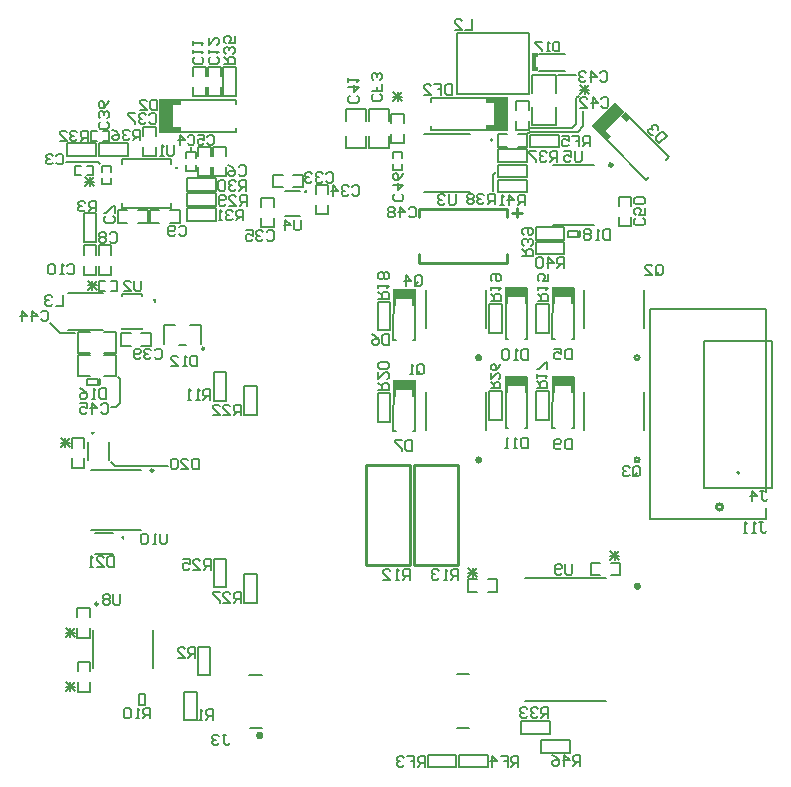
<source format=gbo>
G04*
G04 #@! TF.GenerationSoftware,Altium Limited,Altium Designer,22.0.2 (36)*
G04*
G04 Layer_Color=32896*
%FSLAX25Y25*%
%MOIN*%
G70*
G04*
G04 #@! TF.SameCoordinates,03AFB46A-AB1F-498B-8AA6-452B2CF56A70*
G04*
G04*
G04 #@! TF.FilePolarity,Positive*
G04*
G01*
G75*
%ADD10C,0.00500*%
%ADD11C,0.00787*%
%ADD12C,0.01000*%
%ADD14C,0.00800*%
%ADD17C,0.00700*%
%ADD18R,0.02772X0.01960*%
%ADD19R,0.04595X0.11195*%
%ADD569C,0.00394*%
%ADD570R,0.01100X0.01200*%
%ADD571R,0.01400X0.06000*%
%ADD572R,0.07600X0.03500*%
%ADD573R,0.01138X0.02761*%
G04:AMPARAMS|DCode=574|XSize=27.72mil|YSize=19.6mil|CornerRadius=0mil|HoleSize=0mil|Usage=FLASHONLY|Rotation=315.000|XOffset=0mil|YOffset=0mil|HoleType=Round|Shape=Rectangle|*
%AMROTATEDRECTD574*
4,1,4,-0.01673,0.00287,-0.00287,0.01673,0.01673,-0.00287,0.00287,-0.01673,-0.01673,0.00287,0.0*
%
%ADD574ROTATEDRECTD574*%

G04:AMPARAMS|DCode=575|XSize=45.95mil|YSize=111.95mil|CornerRadius=0mil|HoleSize=0mil|Usage=FLASHONLY|Rotation=315.000|XOffset=0mil|YOffset=0mil|HoleType=Round|Shape=Rectangle|*
%AMROTATEDRECTD575*
4,1,4,-0.05582,-0.02334,0.02334,0.05582,0.05582,0.02334,-0.02334,-0.05582,-0.05582,-0.02334,0.0*
%
%ADD575ROTATEDRECTD575*%

D10*
X-46900Y131700D02*
Y141300D01*
X-51100D02*
X-46900D01*
X-51100Y131700D02*
X-46900D01*
X-51100D02*
Y141300D01*
X-41000Y64200D02*
Y73800D01*
Y64200D02*
X-36800D01*
X-41000Y73800D02*
X-36800D01*
Y64200D02*
Y73800D01*
X-46900Y69400D02*
Y79000D01*
X-51100D02*
X-46900D01*
X-51100Y69400D02*
X-46900D01*
X-51100D02*
Y79000D01*
X-36800Y126800D02*
Y136400D01*
X-41000D02*
X-36800D01*
X-41000Y126800D02*
X-36800D01*
X-41000D02*
Y136400D01*
X70700Y186200D02*
X71100Y186600D01*
Y187800D01*
X70700Y188200D02*
X71100Y187800D01*
X70400Y186200D02*
Y188200D01*
X67000D02*
X70400D01*
X67000Y186200D02*
X70400D01*
X67000D02*
Y188200D01*
X-89500Y136800D02*
X-89100Y137200D01*
Y138400D01*
X-89500Y138800D02*
X-89100Y138400D01*
X-89800Y136800D02*
Y138800D01*
X-93200D02*
X-89800D01*
X-93200Y136800D02*
X-89800D01*
X-93200D02*
Y138800D01*
X500Y216000D02*
X7300D01*
X500D02*
Y220000D01*
X7300Y216000D02*
Y220000D01*
X500Y228800D02*
X7300D01*
X500Y224800D02*
Y228800D01*
X7300Y224800D02*
Y228800D01*
X-7100Y216000D02*
X-300D01*
X-7100D02*
Y220000D01*
X-300Y216000D02*
Y220000D01*
X-7100Y228800D02*
X-300D01*
X-7100Y224800D02*
Y228800D01*
X-300Y224800D02*
Y228800D01*
X-93000Y111900D02*
Y117900D01*
X-86000Y111900D02*
Y117900D01*
X-90700Y80600D02*
X-84700D01*
X-90700Y87600D02*
X-84700D01*
X-98400Y119100D02*
X-94200D01*
Y116000D02*
Y119100D01*
X-98400Y116000D02*
Y119100D01*
Y109300D02*
X-94200D01*
Y112400D01*
X-98400Y109300D02*
Y112400D01*
X-96400Y44500D02*
X-92200D01*
Y41400D02*
Y44500D01*
X-96400Y41400D02*
Y44500D01*
Y34700D02*
X-92200D01*
Y37800D01*
X-96400Y34700D02*
Y37800D01*
X-91350Y42670D02*
Y55070D01*
X-71350Y42670D02*
Y55070D01*
X-76100Y33900D02*
X-74100D01*
X-76100Y30100D02*
Y33900D01*
Y30100D02*
X-74100D01*
Y33900D01*
X57300Y247300D02*
X66100D01*
X57300Y241700D02*
X66100D01*
X52600Y31600D02*
X79500D01*
X52600Y72600D02*
X79500D01*
X55100Y223400D02*
X62900D01*
Y229400D01*
X55100Y223400D02*
Y229400D01*
Y240200D02*
X62900D01*
Y234200D02*
Y240200D01*
X55100Y234200D02*
Y240200D01*
X-99705Y167605D02*
X-87894D01*
X-99705Y155394D02*
X-87894D01*
X-89400Y168300D02*
Y171500D01*
Y168300D02*
X-87400D01*
X-89400Y171500D02*
X-87400D01*
X-83200Y168300D02*
Y171500D01*
X-85200Y168300D02*
X-83200D01*
X-85200Y171500D02*
X-83200D01*
X-75000Y166700D02*
Y167200D01*
X-81800Y155400D02*
X-75000D01*
X-81800Y167200D02*
X-75000D01*
X-71100Y165100D02*
X-70600Y164600D01*
X-71100Y165100D02*
X-70600Y165600D01*
Y164600D02*
Y165600D01*
X-81800Y166700D02*
Y167200D01*
X-75000Y155400D02*
Y155900D01*
X-81800Y155400D02*
Y155900D01*
X-72100Y150000D02*
Y154200D01*
X-75200Y150000D02*
X-72100D01*
X-75200Y154200D02*
X-72100D01*
X-81900Y150000D02*
Y154200D01*
Y150000D02*
X-78800D01*
X-81900Y154200D02*
X-78800D01*
X-96500Y147600D02*
Y154400D01*
X-92500D01*
X-96500Y147600D02*
X-92500D01*
X-83700D02*
Y154400D01*
X-87700D02*
X-83700D01*
X-87700Y147600D02*
X-83700D01*
X-96500Y140000D02*
Y146800D01*
X-92500D01*
X-96500Y140000D02*
X-92500D01*
X-83700D02*
Y146800D01*
X-87700D02*
X-83700D01*
X-87700Y140000D02*
X-83700D01*
X-91918Y108615D02*
X-75418D01*
X-91918Y88615D02*
X-75418D01*
X112314Y102626D02*
X134952D01*
Y151445D01*
X112314D02*
X134952D01*
X112314Y102626D02*
Y151445D01*
X94393Y92065D02*
X132993D01*
Y95965D01*
X132993Y101365D02*
X132993Y162171D01*
X94393Y92065D02*
Y162171D01*
X132993D01*
X68300Y152359D02*
X69000D01*
X68938Y169359D02*
X69000Y152359D01*
X61800D02*
X62500D01*
X61800D02*
X61862Y169359D01*
X-39200Y40126D02*
X-35000D01*
X-39100Y22626D02*
X-34900D01*
X29900Y22426D02*
X34100D01*
X29900Y40426D02*
X34100D01*
X52700Y152361D02*
X53400D01*
X53338Y169361D02*
X53400Y152361D01*
X46200D02*
X46900D01*
X46200D02*
X46262Y169361D01*
X15300Y151762D02*
X16000D01*
X15938Y168762D02*
X16000Y151762D01*
X8800D02*
X9500D01*
X8800D02*
X8862Y168762D01*
X8803Y121461D02*
X8865Y138461D01*
X8803Y121461D02*
X9503D01*
X15942Y138461D02*
X16004Y121461D01*
X15303D02*
X16004D01*
X61798Y122561D02*
X61860Y139561D01*
X61798Y122561D02*
X62498D01*
X68936Y139561D02*
X68998Y122561D01*
X68298D02*
X68998D01*
X46200Y122673D02*
X46262Y139673D01*
X46200Y122673D02*
X46900D01*
X53338Y139673D02*
X53400Y122673D01*
X52700D02*
X53400D01*
X3500Y124700D02*
Y134300D01*
Y124700D02*
X7700D01*
X3500Y134300D02*
X7700D01*
Y124700D02*
Y134300D01*
X3500Y155100D02*
Y164700D01*
Y155100D02*
X7700D01*
X3500Y164700D02*
X7700D01*
Y155100D02*
Y164700D01*
X21211Y221955D02*
X39791D01*
X21211D02*
Y223315D01*
Y231285D02*
Y232645D01*
X39791D01*
X-62139Y221255D02*
X-43559D01*
Y222615D01*
Y230585D02*
Y231945D01*
X-62139D02*
X-43559D01*
X87480Y226080D02*
X100618Y212942D01*
X99656Y211980D02*
X100618Y212942D01*
X93059Y205382D02*
X94020Y206344D01*
X79920Y218520D02*
X93059Y205382D01*
X61829Y190337D02*
X75629D01*
X61829Y210137D02*
X75629D01*
X54300Y216100D02*
X63900D01*
Y220300D01*
X54300Y216100D02*
Y220300D01*
X63900D01*
X43700Y206100D02*
X53300D01*
Y210300D01*
X43700Y206100D02*
Y210300D01*
X53300D01*
X43700Y211200D02*
X53300D01*
Y215400D01*
X43700Y211200D02*
Y215400D01*
X53300D01*
X-60071Y191600D02*
X-50472D01*
Y195800D01*
X-60071Y191600D02*
Y195800D01*
X-50472D01*
X40800Y125300D02*
Y134900D01*
Y125300D02*
X45000D01*
X40800Y134900D02*
X45000D01*
Y125300D02*
Y134900D01*
X40800Y154300D02*
Y163900D01*
Y154300D02*
X45000D01*
X40800Y163900D02*
X45000D01*
Y154300D02*
Y163900D01*
X56400Y125300D02*
Y134900D01*
Y125300D02*
X60600D01*
X56400Y134900D02*
X60600D01*
Y125300D02*
Y134900D01*
X56400Y154300D02*
Y163900D01*
Y154300D02*
X60600D01*
X56400Y163900D02*
X60600D01*
Y154300D02*
Y163900D01*
X58100Y14200D02*
X67700D01*
Y18400D01*
X58100Y14200D02*
Y18400D01*
X67700D01*
X51400Y20700D02*
X61000D01*
Y24900D01*
X51400Y20700D02*
Y24900D01*
X61000D01*
X-61000Y25100D02*
Y34700D01*
Y25100D02*
X-56800D01*
X-61000Y34700D02*
X-56800D01*
Y25100D02*
Y34700D01*
X-56400Y40100D02*
Y49700D01*
Y40100D02*
X-52200D01*
X-56400Y49700D02*
X-52200D01*
Y40100D02*
Y49700D01*
X-94500Y184500D02*
Y194100D01*
Y184500D02*
X-90300D01*
X-94500Y194100D02*
X-90300D01*
Y184500D02*
Y194100D01*
X-60071Y196569D02*
X-50472D01*
Y200769D01*
X-60071Y196569D02*
Y200769D01*
X-50472D01*
X-60071Y201537D02*
X-50472D01*
Y205737D01*
X-60071Y201537D02*
Y205737D01*
X-50472D01*
X-99971Y213200D02*
X-90372D01*
Y217400D01*
X-99971Y213200D02*
Y217400D01*
X-90372D01*
X-47971Y233237D02*
Y242837D01*
Y233237D02*
X-43771D01*
X-47971Y242837D02*
X-43771D01*
Y233237D02*
Y242837D01*
X-89300Y213200D02*
X-79700D01*
Y217400D01*
X-89300Y213200D02*
Y217400D01*
X-79700D01*
X56200Y185200D02*
X65800D01*
Y189400D01*
X56200Y185200D02*
Y189400D01*
X65800D01*
X56200Y180400D02*
X65800D01*
Y184600D01*
X56200Y180400D02*
Y184600D01*
X65800D01*
X43700Y205337D02*
X53300D01*
X43700Y201137D02*
Y205337D01*
X53300Y201137D02*
Y205337D01*
X43700Y201137D02*
X53300D01*
X20200Y13600D02*
X29800D01*
X20200Y9400D02*
Y13600D01*
X29800Y9400D02*
Y13600D01*
X20200Y9400D02*
X29800D01*
X30700D02*
X40300D01*
Y13600D01*
X30700Y9400D02*
Y13600D01*
X40300D01*
X8600Y214700D02*
X11800D01*
X8600Y212700D02*
Y214700D01*
X11800Y212700D02*
Y214700D01*
X8600Y208500D02*
X11800D01*
X8600D02*
Y210500D01*
X11800Y208500D02*
Y210500D01*
X-88500Y203850D02*
X-85300D01*
Y205850D01*
X-88500Y203850D02*
Y205850D01*
Y210050D02*
X-85300D01*
Y208050D02*
Y210050D01*
X-88500Y208050D02*
Y210050D01*
X-60372Y208387D02*
X-57171D01*
Y210387D01*
X-60372Y208387D02*
Y210387D01*
Y214587D02*
X-57171D01*
Y212587D02*
Y214587D01*
X-60372Y212587D02*
Y214587D01*
X-97471Y206837D02*
Y210037D01*
Y206837D02*
X-95472D01*
X-97471Y210037D02*
X-95472D01*
X-91272Y206837D02*
Y210037D01*
X-93271Y206837D02*
X-91272D01*
X-93271Y210037D02*
X-91272D01*
X-85922Y218237D02*
Y221437D01*
X-87922D02*
X-85922D01*
X-87922Y218237D02*
X-85922D01*
X-92121D02*
Y221437D01*
X-90122D01*
X-92121Y218237D02*
X-90122D01*
X49700Y221900D02*
X53900D01*
X49700D02*
Y225000D01*
X53900Y221900D02*
Y225000D01*
X49700Y231700D02*
X53900D01*
X49700Y228600D02*
Y231700D01*
X53900Y228600D02*
Y231700D01*
X53400Y216200D02*
Y220400D01*
X50300Y216200D02*
X53400D01*
X50300Y220400D02*
X53400D01*
X43600Y216200D02*
Y220400D01*
Y216200D02*
X46700D01*
X43600Y220400D02*
X46700D01*
X8000Y217500D02*
Y220600D01*
X12200Y217500D02*
Y220600D01*
X8000Y217500D02*
X12200D01*
X8000Y224200D02*
Y227300D01*
X12200Y224200D02*
Y227300D01*
X8000D02*
X12200D01*
X-52936Y243037D02*
X-48736D01*
Y239937D02*
Y243037D01*
X-52936Y239937D02*
Y243037D01*
Y233237D02*
X-48736D01*
Y236337D01*
X-52936Y233237D02*
Y236337D01*
X-57900Y233237D02*
Y236337D01*
X-53700Y233237D02*
Y236337D01*
X-57900Y233237D02*
X-53700D01*
X-57900Y239937D02*
Y243037D01*
X-53700Y239937D02*
Y243037D01*
X-57900D02*
X-53700D01*
X-90300Y180300D02*
Y183400D01*
X-94500Y180300D02*
Y183400D01*
X-90300D01*
Y173600D02*
Y176700D01*
X-94500Y173600D02*
Y176700D01*
Y173600D02*
X-90300D01*
X-89400D02*
X-85200D01*
X-89400D02*
Y176700D01*
X-85200Y173600D02*
Y176700D01*
X-89400Y183400D02*
X-85200D01*
X-89400Y180300D02*
Y183400D01*
X-85200Y180300D02*
Y183400D01*
X74500Y73500D02*
Y77700D01*
X77600D01*
X74500Y73500D02*
X77600D01*
X84300D02*
Y77700D01*
X81200D02*
X84300D01*
X81200Y73500D02*
X84300D01*
X-92400Y59400D02*
Y62500D01*
X-96600Y59400D02*
Y62500D01*
X-92400D01*
Y52700D02*
Y55800D01*
X-96600Y52700D02*
Y55800D01*
Y52700D02*
X-92400D01*
X33600Y67900D02*
Y72100D01*
X36700D01*
X33600Y67900D02*
X36700D01*
X43400D02*
Y72100D01*
X40300D02*
X43400D01*
X40300Y67900D02*
X43400D01*
X-56371Y206437D02*
Y209537D01*
X-52171Y206437D02*
Y209537D01*
X-56371Y206437D02*
X-52171D01*
X-56371Y213137D02*
Y216237D01*
X-52171Y213137D02*
Y216237D01*
X-56371D02*
X-52171D01*
X-51372Y206437D02*
Y209537D01*
X-47172Y206437D02*
Y209537D01*
X-51372Y206437D02*
X-47172D01*
X-51372Y213137D02*
Y216237D01*
X-47172Y213137D02*
Y216237D01*
X-51372D02*
X-47172D01*
X-73172Y190937D02*
Y195137D01*
X-76271Y190937D02*
X-73172D01*
X-76271Y195137D02*
X-73172D01*
X-82972Y190937D02*
Y195137D01*
Y190937D02*
X-79871D01*
X-82972Y195137D02*
X-79871D01*
X-62500Y191000D02*
Y195200D01*
X-65600Y191000D02*
X-62500D01*
X-65600Y195200D02*
X-62500D01*
X-72300Y191000D02*
Y195200D01*
Y191000D02*
X-69200D01*
X-72300Y195200D02*
X-69200D01*
X-31271Y207037D02*
X-28172D01*
X-31271Y202837D02*
X-28172D01*
X-31271D02*
Y207037D01*
X-24572D02*
X-21472D01*
X-24572Y202837D02*
X-21472D01*
Y207037D01*
X-17072Y203637D02*
X-12871D01*
Y200537D02*
Y203637D01*
X-17072Y200537D02*
Y203637D01*
Y193837D02*
X-12871D01*
Y196937D01*
X-17072Y193837D02*
Y196937D01*
X-31071Y196137D02*
Y199237D01*
X-35271Y196137D02*
Y199237D01*
X-31071D01*
Y189437D02*
Y192537D01*
X-35271Y189437D02*
Y192537D01*
Y189437D02*
X-31071D01*
X-74572Y213237D02*
Y216337D01*
X-70372Y213237D02*
Y216337D01*
X-74572Y213237D02*
X-70372D01*
X-74572Y219937D02*
Y223037D01*
X-70372Y219937D02*
Y223037D01*
X-74572D02*
X-70372D01*
X83929Y189837D02*
Y192937D01*
X88129Y189837D02*
Y192937D01*
X83929Y189837D02*
X88129D01*
X83929Y196537D02*
Y199637D01*
X88129Y196537D02*
Y199637D01*
X83929D02*
X88129D01*
X18976Y201354D02*
X34330D01*
X18976Y220646D02*
X34330D01*
X19500Y121736D02*
Y134636D01*
X39500Y121736D02*
Y134636D01*
Y155800D02*
Y168700D01*
X19500Y155800D02*
Y168700D01*
X92300Y121736D02*
Y134636D01*
X72300Y121736D02*
Y134636D01*
X92300Y155800D02*
Y168700D01*
X72300Y155800D02*
Y168700D01*
X-81652Y212253D02*
X-65452D01*
X-81652Y210653D02*
Y212253D01*
X-65452Y210653D02*
Y212253D01*
X-81652Y196053D02*
X-65452D01*
X-81652D02*
Y197653D01*
X-65452Y196053D02*
Y197653D01*
X30117Y233900D02*
X54116D01*
X30117Y234000D02*
Y254300D01*
X54116D01*
Y234000D02*
Y254300D01*
X-27410Y193096D02*
X-22210D01*
X-27410Y201496D02*
X-22210D01*
D11*
X124094Y107672D02*
G03*
X124094Y107672I-394J0D01*
G01*
X41846Y218500D02*
G03*
X41846Y218500I-394J0D01*
G01*
X-67800Y156900D02*
X-63900D01*
X-67800Y150500D02*
Y156900D01*
X-59100D02*
X-55200D01*
Y150500D02*
Y156900D01*
X-62800Y150200D02*
X-60200D01*
D12*
X-89703Y63870D02*
G03*
X-89703Y63870I-447J0D01*
G01*
X90821Y69800D02*
G03*
X90821Y69800I-721J0D01*
G01*
X-71294Y108415D02*
G03*
X-71294Y108415I-424J0D01*
G01*
X-54339Y149000D02*
G03*
X-54339Y149000I-361J0D01*
G01*
X118556Y96265D02*
G03*
X118556Y96265I-1063J0D01*
G01*
X-35000Y20026D02*
G03*
X-35000Y20026I-800J0D01*
G01*
X81869Y210237D02*
G03*
X81869Y210237I-640J0D01*
G01*
X37933Y111933D02*
G03*
X37933Y111933I-733J0D01*
G01*
Y145996D02*
G03*
X37933Y145996I-733J0D01*
G01*
X90733Y111933D02*
G03*
X90733Y111933I-733J0D01*
G01*
Y145996D02*
G03*
X90733Y145996I-733J0D01*
G01*
X-63528Y209253D02*
G03*
X-63528Y209253I-224J0D01*
G01*
X-20410Y201396D02*
G03*
X-20410Y201396I-100J0D01*
G01*
X15786Y76821D02*
Y110200D01*
Y76821D02*
X30386D01*
Y110200D01*
X15786D02*
X30386D01*
X-271Y76821D02*
Y110200D01*
Y76821D02*
X14329D01*
Y110200D01*
X-271D02*
X14329D01*
X49977Y192900D02*
Y195800D01*
X48277Y194300D02*
X51577D01*
X17477Y195700D02*
X46677D01*
X17477Y192800D02*
Y195700D01*
X46677Y192800D02*
Y195700D01*
Y177500D02*
Y180400D01*
X17477Y177500D02*
Y180400D01*
Y177500D02*
X46677D01*
D14*
X-105782Y157714D02*
X-102412Y154295D01*
X-97220Y154257D01*
X-89750Y211300D02*
X-88879Y210429D01*
X-100200Y211300D02*
X-89750D01*
X42100Y201700D02*
Y206900D01*
X42950Y207750D01*
X74100Y236749D02*
X71101Y233750D01*
X74100D02*
X71101Y236749D01*
X74100Y235249D02*
X71101D01*
X72601Y233750D02*
Y236749D01*
X-90151Y168600D02*
X-93150Y171599D01*
Y168600D02*
X-90151Y171599D01*
X-91651Y168600D02*
Y171599D01*
X-93150Y170099D02*
X-90151D01*
X-94000Y203151D02*
X-91001Y206150D01*
X-94000D02*
X-91001Y203151D01*
X-94000Y204651D02*
X-91001D01*
X-92501Y206150D02*
Y203151D01*
X-102149Y119100D02*
X-99150Y116101D01*
Y119100D02*
X-102149Y116101D01*
X-100649Y119100D02*
Y116101D01*
X-99150Y117601D02*
X-102149D01*
X-97400Y37797D02*
X-100399Y34798D01*
X-97400D02*
X-100399Y37797D01*
X-97400Y36298D02*
X-100399D01*
X-98900Y34798D02*
Y37797D01*
X36700Y75849D02*
X33701Y72850D01*
X36700D02*
X33701Y75849D01*
X36700Y74349D02*
X33701D01*
X35201Y72850D02*
Y75849D01*
X-100500Y52851D02*
X-97501Y55850D01*
X-100500D02*
X-97501Y52851D01*
X-100500Y54351D02*
X-97501D01*
X-99001Y55850D02*
Y52851D01*
X84100Y81549D02*
X81101Y78550D01*
X84100D02*
X81101Y81549D01*
X84100Y80049D02*
X81101D01*
X82600Y78550D02*
Y81549D01*
X11800Y234449D02*
X8801Y231450D01*
X11800D02*
X8801Y234449D01*
X11800Y232949D02*
X8801D01*
X10300Y231450D02*
Y234449D01*
X-42035Y64251D02*
Y67749D01*
X-43784D01*
X-44367Y67166D01*
Y66000D01*
X-43784Y65417D01*
X-42035D01*
X-43201D02*
X-44367Y64251D01*
X-47866D02*
X-45534D01*
X-47866Y66583D01*
Y67166D01*
X-47283Y67749D01*
X-46117D01*
X-45534Y67166D01*
X-49033Y67749D02*
X-51365D01*
Y67166D01*
X-49033Y64834D01*
Y64251D01*
X-52135Y75351D02*
Y78849D01*
X-53884D01*
X-54467Y78266D01*
Y77100D01*
X-53884Y76517D01*
X-52135D01*
X-53301D02*
X-54467Y75351D01*
X-57966D02*
X-55634D01*
X-57966Y77683D01*
Y78266D01*
X-57383Y78849D01*
X-56217D01*
X-55634Y78266D01*
X-61465Y78849D02*
X-59133D01*
Y77100D01*
X-60299Y77683D01*
X-60882D01*
X-61465Y77100D01*
Y75934D01*
X-60882Y75351D01*
X-59716D01*
X-59133Y75934D01*
X-52210Y131951D02*
Y135449D01*
X-53959D01*
X-54542Y134866D01*
Y133700D01*
X-53959Y133117D01*
X-52210D01*
X-53376D02*
X-54542Y131951D01*
X-55708D02*
X-56875D01*
X-56292D01*
Y135449D01*
X-55708Y134866D01*
X-58624Y131951D02*
X-59790D01*
X-59207D01*
Y135449D01*
X-58624Y134866D01*
X-42135Y126851D02*
Y130349D01*
X-43884D01*
X-44467Y129766D01*
Y128600D01*
X-43884Y128017D01*
X-42135D01*
X-43301D02*
X-44467Y126851D01*
X-47966D02*
X-45634D01*
X-47966Y129183D01*
Y129766D01*
X-47383Y130349D01*
X-46217D01*
X-45634Y129766D01*
X-51465Y126851D02*
X-49133D01*
X-51465Y129183D01*
Y129766D01*
X-50882Y130349D01*
X-49716D01*
X-49133Y129766D01*
X-72396Y25758D02*
Y29256D01*
X-74146D01*
X-74729Y28673D01*
Y27507D01*
X-74146Y26924D01*
X-72396D01*
X-73563D02*
X-74729Y25758D01*
X-75895D02*
X-77061D01*
X-76478D01*
Y29256D01*
X-75895Y28673D01*
X-78811D02*
X-79394Y29256D01*
X-80560D01*
X-81143Y28673D01*
Y26341D01*
X-80560Y25758D01*
X-79394D01*
X-78811Y26341D01*
Y28673D01*
X-84318Y79749D02*
Y76251D01*
X-86067D01*
X-86651Y76834D01*
Y79166D01*
X-86067Y79749D01*
X-84318D01*
X-90149Y76251D02*
X-87817D01*
X-90149Y78583D01*
Y79166D01*
X-89566Y79749D01*
X-88400D01*
X-87817Y79166D01*
X-91316Y76251D02*
X-92482D01*
X-91899D01*
Y79749D01*
X-91316Y79166D01*
X-56135Y112349D02*
Y108851D01*
X-57884D01*
X-58467Y109434D01*
Y111766D01*
X-57884Y112349D01*
X-56135D01*
X-61966Y108851D02*
X-59634D01*
X-61966Y111183D01*
Y111766D01*
X-61383Y112349D01*
X-60217D01*
X-59634Y111766D01*
X-63133D02*
X-63716Y112349D01*
X-64882D01*
X-65465Y111766D01*
Y109434D01*
X-64882Y108851D01*
X-63716D01*
X-63133Y109434D01*
Y111766D01*
X80974Y188849D02*
Y185351D01*
X79224D01*
X78641Y185934D01*
Y188266D01*
X79224Y188849D01*
X80974D01*
X77475Y185351D02*
X76308D01*
X76892D01*
Y188849D01*
X77475Y188266D01*
X74559D02*
X73976Y188849D01*
X72810D01*
X72226Y188266D01*
Y187683D01*
X72810Y187100D01*
X72226Y186517D01*
Y185934D01*
X72810Y185351D01*
X73976D01*
X74559Y185934D01*
Y186517D01*
X73976Y187100D01*
X74559Y187683D01*
Y188266D01*
X73976Y187100D02*
X72810D01*
X-87026Y135849D02*
Y132351D01*
X-88776D01*
X-89359Y132934D01*
Y135266D01*
X-88776Y135849D01*
X-87026D01*
X-90525Y132351D02*
X-91692D01*
X-91108D01*
Y135849D01*
X-90525Y135266D01*
X-95774Y135849D02*
X-94607Y135266D01*
X-93441Y134100D01*
Y132934D01*
X-94024Y132351D01*
X-95190D01*
X-95774Y132934D01*
Y133517D01*
X-95190Y134100D01*
X-93441D01*
X-75184Y171649D02*
Y168734D01*
X-75767Y168151D01*
X-76934D01*
X-77517Y168734D01*
Y171649D01*
X-81016Y168151D02*
X-78683D01*
X-81016Y170483D01*
Y171066D01*
X-80433Y171649D01*
X-79266D01*
X-78683Y171066D01*
X-101384Y166849D02*
Y163351D01*
X-103717D01*
X-104883Y166266D02*
X-105466Y166849D01*
X-106633D01*
X-107216Y166266D01*
Y165683D01*
X-106633Y165100D01*
X-106049D01*
X-106633D01*
X-107216Y164517D01*
Y163934D01*
X-106633Y163351D01*
X-105466D01*
X-104883Y163934D01*
X-88736Y130247D02*
X-88152Y130830D01*
X-86986D01*
X-86403Y130247D01*
Y127914D01*
X-86986Y127331D01*
X-88152D01*
X-88736Y127914D01*
X-91651Y127331D02*
Y130830D01*
X-89902Y129080D01*
X-92234D01*
X-95733Y130830D02*
X-93401D01*
Y129080D01*
X-94567Y129664D01*
X-95150D01*
X-95733Y129080D01*
Y127914D01*
X-95150Y127331D01*
X-93984D01*
X-93401Y127914D01*
X-108667Y161066D02*
X-108084Y161649D01*
X-106918D01*
X-106335Y161066D01*
Y158734D01*
X-106918Y158151D01*
X-108084D01*
X-108667Y158734D01*
X-111583Y158151D02*
Y161649D01*
X-109834Y159900D01*
X-112166D01*
X-115082Y158151D02*
Y161649D01*
X-113333Y159900D01*
X-115665D01*
X-70767Y148466D02*
X-70184Y149049D01*
X-69018D01*
X-68435Y148466D01*
Y146134D01*
X-69018Y145551D01*
X-70184D01*
X-70767Y146134D01*
X-71934Y148466D02*
X-72517Y149049D01*
X-73683D01*
X-74266Y148466D01*
Y147883D01*
X-73683Y147300D01*
X-73100D01*
X-73683D01*
X-74266Y146717D01*
Y146134D01*
X-73683Y145551D01*
X-72517D01*
X-71934Y146134D01*
X-75433D02*
X-76016Y145551D01*
X-77182D01*
X-77765Y146134D01*
Y148466D01*
X-77182Y149049D01*
X-76016D01*
X-75433Y148466D01*
Y147883D01*
X-76016Y147300D01*
X-77765D01*
X-66726Y87349D02*
Y84434D01*
X-67310Y83851D01*
X-68476D01*
X-69059Y84434D01*
Y87349D01*
X-70225Y83851D02*
X-71392D01*
X-70808D01*
Y87349D01*
X-70225Y86766D01*
X-73141D02*
X-73724Y87349D01*
X-74890D01*
X-75474Y86766D01*
Y84434D01*
X-74890Y83851D01*
X-73724D01*
X-73141Y84434D01*
Y86766D01*
X-56526Y146649D02*
Y143151D01*
X-58276D01*
X-58859Y143734D01*
Y146066D01*
X-58276Y146649D01*
X-56526D01*
X-60025Y143151D02*
X-61192D01*
X-60608D01*
Y146649D01*
X-60025Y146066D01*
X-65274Y143151D02*
X-62941D01*
X-65274Y145483D01*
Y146066D01*
X-64690Y146649D01*
X-63524D01*
X-62941Y146066D01*
X68316Y148949D02*
Y145451D01*
X66566D01*
X65983Y146034D01*
Y148366D01*
X66566Y148949D01*
X68316D01*
X62484D02*
X64817D01*
Y147200D01*
X63651Y147783D01*
X63067D01*
X62484Y147200D01*
Y146034D01*
X63067Y145451D01*
X64234D01*
X64817Y146034D01*
X130758Y91163D02*
X131924D01*
X131341D01*
Y88247D01*
X131924Y87664D01*
X132507D01*
X133090Y88247D01*
X129592Y87664D02*
X128425D01*
X129008D01*
Y91163D01*
X129592Y90580D01*
X126676Y87664D02*
X125510D01*
X126093D01*
Y91163D01*
X126676Y90580D01*
X28265Y237149D02*
Y233651D01*
X26516D01*
X25933Y234234D01*
Y236566D01*
X26516Y237149D01*
X28265D01*
X22434D02*
X24766D01*
Y235400D01*
X23600D01*
X24766D01*
Y233651D01*
X18935D02*
X21267D01*
X18935Y235983D01*
Y236566D01*
X19518Y237149D01*
X20684D01*
X21267Y236566D01*
X68416Y77149D02*
Y74234D01*
X67833Y73651D01*
X66666D01*
X66083Y74234D01*
Y77149D01*
X64917Y74234D02*
X64334Y73651D01*
X63167D01*
X62584Y74234D01*
Y76566D01*
X63167Y77149D01*
X64334D01*
X64917Y76566D01*
Y75983D01*
X64334Y75400D01*
X62584D01*
X-82184Y67149D02*
Y64234D01*
X-82767Y63651D01*
X-83934D01*
X-84517Y64234D01*
Y67149D01*
X-85683Y66566D02*
X-86266Y67149D01*
X-87433D01*
X-88016Y66566D01*
Y65983D01*
X-87433Y65400D01*
X-88016Y64817D01*
Y64234D01*
X-87433Y63651D01*
X-86266D01*
X-85683Y64234D01*
Y64817D01*
X-86266Y65400D01*
X-85683Y65983D01*
Y66566D01*
X-86266Y65400D02*
X-87433D01*
X29516Y200449D02*
Y197534D01*
X28933Y196951D01*
X27766D01*
X27183Y197534D01*
Y200449D01*
X26017Y199866D02*
X25434Y200449D01*
X24267D01*
X23684Y199866D01*
Y199283D01*
X24267Y198700D01*
X24851D01*
X24267D01*
X23684Y198117D01*
Y197534D01*
X24267Y196951D01*
X25434D01*
X26017Y197534D01*
X74165Y216451D02*
Y219949D01*
X72416D01*
X71833Y219366D01*
Y218200D01*
X72416Y217617D01*
X74165D01*
X72999D02*
X71833Y216451D01*
X68334Y219949D02*
X70666D01*
Y218200D01*
X69500D01*
X70666D01*
Y216451D01*
X64835Y219949D02*
X67167D01*
Y218200D01*
X66001Y218783D01*
X65418D01*
X64835Y218200D01*
Y217034D01*
X65418Y216451D01*
X66584D01*
X67167Y217034D01*
X42565Y197151D02*
Y200649D01*
X40816D01*
X40233Y200066D01*
Y198900D01*
X40816Y198317D01*
X42565D01*
X41399D02*
X40233Y197151D01*
X39066Y200066D02*
X38483Y200649D01*
X37317D01*
X36734Y200066D01*
Y199483D01*
X37317Y198900D01*
X37900D01*
X37317D01*
X36734Y198317D01*
Y197734D01*
X37317Y197151D01*
X38483D01*
X39066Y197734D01*
X35567Y200066D02*
X34984Y200649D01*
X33818D01*
X33235Y200066D01*
Y199483D01*
X33818Y198900D01*
X33235Y198317D01*
Y197734D01*
X33818Y197151D01*
X34984D01*
X35567Y197734D01*
Y198317D01*
X34984Y198900D01*
X35567Y199483D01*
Y200066D01*
X34984Y198900D02*
X33818D01*
X63365Y211351D02*
Y214849D01*
X61616D01*
X61033Y214266D01*
Y213100D01*
X61616Y212517D01*
X63365D01*
X62199D02*
X61033Y211351D01*
X59866Y214266D02*
X59283Y214849D01*
X58117D01*
X57534Y214266D01*
Y213683D01*
X58117Y213100D01*
X58700D01*
X58117D01*
X57534Y212517D01*
Y211934D01*
X58117Y211351D01*
X59283D01*
X59866Y211934D01*
X56367Y214849D02*
X54035D01*
Y214266D01*
X56367Y211934D01*
Y211351D01*
X-41318Y191751D02*
Y195249D01*
X-43067D01*
X-43651Y194666D01*
Y193500D01*
X-43067Y192917D01*
X-41318D01*
X-42484D02*
X-43651Y191751D01*
X-44817Y194666D02*
X-45400Y195249D01*
X-46566D01*
X-47149Y194666D01*
Y194083D01*
X-46566Y193500D01*
X-45983D01*
X-46566D01*
X-47149Y192917D01*
Y192334D01*
X-46566Y191751D01*
X-45400D01*
X-44817Y192334D01*
X-48316Y191751D02*
X-49482D01*
X-48899D01*
Y195249D01*
X-48316Y194666D01*
X41401Y135801D02*
X44399D01*
Y137301D01*
X43900Y137801D01*
X42900D01*
X42400Y137301D01*
Y135801D01*
Y136801D02*
X41401Y137801D01*
Y140800D02*
Y138800D01*
X43400Y140800D01*
X43900D01*
X44399Y140300D01*
Y139300D01*
X43900Y138800D01*
X44399Y143799D02*
X43900Y142799D01*
X42900Y141799D01*
X41900D01*
X41401Y142299D01*
Y143299D01*
X41900Y143799D01*
X42400D01*
X42900Y143299D01*
Y141799D01*
X3751Y135235D02*
X7249D01*
Y136984D01*
X6666Y137567D01*
X5500D01*
X4917Y136984D01*
Y135235D01*
Y136401D02*
X3751Y137567D01*
Y141066D02*
Y138734D01*
X6083Y141066D01*
X6666D01*
X7249Y140483D01*
Y139317D01*
X6666Y138734D01*
Y142233D02*
X7249Y142816D01*
Y143982D01*
X6666Y144565D01*
X4334D01*
X3751Y143982D01*
Y142816D01*
X4334Y142233D01*
X6666D01*
X41151Y165026D02*
X44649D01*
Y166776D01*
X44066Y167359D01*
X42900D01*
X42317Y166776D01*
Y165026D01*
Y166193D02*
X41151Y167359D01*
Y168525D02*
Y169692D01*
Y169108D01*
X44649D01*
X44066Y168525D01*
X41734Y171441D02*
X41151Y172024D01*
Y173190D01*
X41734Y173774D01*
X44066D01*
X44649Y173190D01*
Y172024D01*
X44066Y171441D01*
X43483D01*
X42900Y172024D01*
Y173774D01*
X3751Y165726D02*
X7249D01*
Y167476D01*
X6666Y168059D01*
X5500D01*
X4917Y167476D01*
Y165726D01*
Y166893D02*
X3751Y168059D01*
Y169225D02*
Y170392D01*
Y169808D01*
X7249D01*
X6666Y169225D01*
Y172141D02*
X7249Y172724D01*
Y173890D01*
X6666Y174474D01*
X6083D01*
X5500Y173890D01*
X4917Y174474D01*
X4334D01*
X3751Y173890D01*
Y172724D01*
X4334Y172141D01*
X4917D01*
X5500Y172724D01*
X6083Y172141D01*
X6666D01*
X5500Y172724D02*
Y173890D01*
X56651Y135826D02*
X60149D01*
Y137576D01*
X59566Y138159D01*
X58400D01*
X57817Y137576D01*
Y135826D01*
Y136993D02*
X56651Y138159D01*
Y139325D02*
Y140492D01*
Y139908D01*
X60149D01*
X59566Y139325D01*
X60149Y142241D02*
Y144574D01*
X59566D01*
X57234Y142241D01*
X56651D01*
X56851Y165026D02*
X60349D01*
Y166776D01*
X59766Y167359D01*
X58600D01*
X58017Y166776D01*
Y165026D01*
Y166193D02*
X56851Y167359D01*
Y168525D02*
Y169692D01*
Y169108D01*
X60349D01*
X59766Y168525D01*
X60349Y173774D02*
Y171441D01*
X58600D01*
X59183Y172607D01*
Y173190D01*
X58600Y173774D01*
X57434D01*
X56851Y173190D01*
Y172024D01*
X57434Y171441D01*
X16600Y141034D02*
Y143366D01*
X17183Y143949D01*
X18349D01*
X18933Y143366D01*
Y141034D01*
X18349Y140451D01*
X17183D01*
X17766Y141617D02*
X16600Y140451D01*
X17183D02*
X16600Y141034D01*
X15434Y140451D02*
X14267D01*
X14851D01*
Y143949D01*
X15434Y143366D01*
X15983Y170534D02*
Y172866D01*
X16566Y173449D01*
X17733D01*
X18316Y172866D01*
Y170534D01*
X17733Y169951D01*
X16566D01*
X17149Y171117D02*
X15983Y169951D01*
X16566D02*
X15983Y170534D01*
X13067Y169951D02*
Y173449D01*
X14817Y171700D01*
X12484D01*
X88683Y107034D02*
Y109366D01*
X89266Y109949D01*
X90433D01*
X91016Y109366D01*
Y107034D01*
X90433Y106451D01*
X89266D01*
X89849Y107617D02*
X88683Y106451D01*
X89266D02*
X88683Y107034D01*
X87517Y109366D02*
X86934Y109949D01*
X85767D01*
X85184Y109366D01*
Y108783D01*
X85767Y108200D01*
X86351D01*
X85767D01*
X85184Y107617D01*
Y107034D01*
X85767Y106451D01*
X86934D01*
X87517Y107034D01*
X96283Y174134D02*
Y176466D01*
X96866Y177049D01*
X98033D01*
X98616Y176466D01*
Y174134D01*
X98033Y173551D01*
X96866D01*
X97449Y174717D02*
X96283Y173551D01*
X96866D02*
X96283Y174134D01*
X92784Y173551D02*
X95117D01*
X92784Y175883D01*
Y176466D01*
X93367Y177049D01*
X94534D01*
X95117Y176466D01*
X35016Y258749D02*
Y255251D01*
X32683D01*
X29184D02*
X31517D01*
X29184Y257583D01*
Y258166D01*
X29767Y258749D01*
X30934D01*
X31517Y258166D01*
X53490Y119349D02*
Y115851D01*
X51741D01*
X51158Y116434D01*
Y118766D01*
X51741Y119349D01*
X53490D01*
X49992Y115851D02*
X48825D01*
X49408D01*
Y119349D01*
X49992Y118766D01*
X47076Y115851D02*
X45910D01*
X46493D01*
Y119349D01*
X47076Y118766D01*
X53774Y148749D02*
Y145251D01*
X52024D01*
X51441Y145834D01*
Y148166D01*
X52024Y148749D01*
X53774D01*
X50275Y145251D02*
X49108D01*
X49692D01*
Y148749D01*
X50275Y148166D01*
X47359D02*
X46776Y148749D01*
X45610D01*
X45026Y148166D01*
Y145834D01*
X45610Y145251D01*
X46776D01*
X47359Y145834D01*
Y148166D01*
X68314Y118949D02*
Y115451D01*
X66564D01*
X65981Y116034D01*
Y118366D01*
X66564Y118949D01*
X68314D01*
X64815Y116034D02*
X64232Y115451D01*
X63065D01*
X62482Y116034D01*
Y118366D01*
X63065Y118949D01*
X64232D01*
X64815Y118366D01*
Y117783D01*
X64232Y117200D01*
X62482D01*
X15016Y118449D02*
Y114951D01*
X13266D01*
X12683Y115534D01*
Y117866D01*
X13266Y118449D01*
X15016D01*
X11517D02*
X9184D01*
Y117866D01*
X11517Y115534D01*
Y114951D01*
X7416Y153849D02*
Y150351D01*
X5666D01*
X5083Y150934D01*
Y153266D01*
X5666Y153849D01*
X7416D01*
X1584D02*
X2751Y153266D01*
X3917Y152100D01*
Y150934D01*
X3334Y150351D01*
X2167D01*
X1584Y150934D01*
Y151517D01*
X2167Y152100D01*
X3917D01*
X4466Y233867D02*
X5049Y233284D01*
Y232118D01*
X4466Y231535D01*
X2134D01*
X1551Y232118D01*
Y233284D01*
X2134Y233867D01*
X5049Y237366D02*
Y235034D01*
X3300D01*
Y236200D01*
Y235034D01*
X1551D01*
X4466Y238533D02*
X5049Y239116D01*
Y240282D01*
X4466Y240865D01*
X3883D01*
X3300Y240282D01*
Y239699D01*
Y240282D01*
X2717Y240865D01*
X2134D01*
X1551Y240282D01*
Y239116D01*
X2134Y238533D01*
X11566Y200567D02*
X12149Y199984D01*
Y198818D01*
X11566Y198235D01*
X9234D01*
X8651Y198818D01*
Y199984D01*
X9234Y200567D01*
X8651Y203483D02*
X12149D01*
X10400Y201734D01*
Y204066D01*
X12149Y207565D02*
X11566Y206399D01*
X10400Y205233D01*
X9234D01*
X8651Y205816D01*
Y206982D01*
X9234Y207565D01*
X9817D01*
X10400Y206982D01*
Y205233D01*
X78133Y232166D02*
X78716Y232749D01*
X79882D01*
X80465Y232166D01*
Y229834D01*
X79882Y229251D01*
X78716D01*
X78133Y229834D01*
X75217Y229251D02*
Y232749D01*
X76966Y231000D01*
X74634D01*
X71135Y229251D02*
X73467D01*
X71135Y231583D01*
Y232166D01*
X71718Y232749D01*
X72884D01*
X73467Y232166D01*
X-3334Y233351D02*
X-2751Y232767D01*
Y231601D01*
X-3334Y231018D01*
X-5666D01*
X-6249Y231601D01*
Y232767D01*
X-5666Y233351D01*
X-6249Y236266D02*
X-2751D01*
X-4500Y234517D01*
Y236849D01*
X-6249Y238016D02*
Y239182D01*
Y238599D01*
X-2751D01*
X-3334Y238016D01*
X-49934Y246259D02*
X-49351Y245676D01*
Y244510D01*
X-49934Y243926D01*
X-52266D01*
X-52849Y244510D01*
Y245676D01*
X-52266Y246259D01*
X-52849Y247425D02*
Y248592D01*
Y248008D01*
X-49351D01*
X-49934Y247425D01*
X-52849Y252674D02*
Y250341D01*
X-50517Y252674D01*
X-49934D01*
X-49351Y252090D01*
Y250924D01*
X-49934Y250341D01*
X-55134Y246242D02*
X-54551Y245659D01*
Y244493D01*
X-55134Y243910D01*
X-57466D01*
X-58049Y244493D01*
Y245659D01*
X-57466Y246242D01*
X-58049Y247408D02*
Y248575D01*
Y247992D01*
X-54551D01*
X-55134Y247408D01*
X-58049Y250324D02*
Y251490D01*
Y250907D01*
X-54551D01*
X-55134Y250324D01*
X-99859Y176666D02*
X-99276Y177249D01*
X-98110D01*
X-97526Y176666D01*
Y174334D01*
X-98110Y173751D01*
X-99276D01*
X-99859Y174334D01*
X-101025Y173751D02*
X-102192D01*
X-101608D01*
Y177249D01*
X-101025Y176666D01*
X-103941D02*
X-104524Y177249D01*
X-105690D01*
X-106274Y176666D01*
Y174334D01*
X-105690Y173751D01*
X-104524D01*
X-103941Y174334D01*
Y176666D01*
X-85817Y187266D02*
X-85234Y187849D01*
X-84067D01*
X-83484Y187266D01*
Y184934D01*
X-84067Y184351D01*
X-85234D01*
X-85817Y184934D01*
X-86983Y187266D02*
X-87566Y187849D01*
X-88733D01*
X-89316Y187266D01*
Y186683D01*
X-88733Y186100D01*
X-89316Y185517D01*
Y184934D01*
X-88733Y184351D01*
X-87566D01*
X-86983Y184934D01*
Y185517D01*
X-87566Y186100D01*
X-86983Y186683D01*
Y187266D01*
X-87566Y186100D02*
X-88733D01*
X71065Y10051D02*
Y13549D01*
X69316D01*
X68733Y12966D01*
Y11800D01*
X69316Y11217D01*
X71065D01*
X69899D02*
X68733Y10051D01*
X65817D02*
Y13549D01*
X67566Y11800D01*
X65234D01*
X61735Y13549D02*
X62901Y12966D01*
X64067Y11800D01*
Y10634D01*
X63484Y10051D01*
X62318D01*
X61735Y10634D01*
Y11217D01*
X62318Y11800D01*
X64067D01*
X60465Y25951D02*
Y29449D01*
X58716D01*
X58133Y28866D01*
Y27700D01*
X58716Y27117D01*
X60465D01*
X59299D02*
X58133Y25951D01*
X56966Y28866D02*
X56383Y29449D01*
X55217D01*
X54634Y28866D01*
Y28283D01*
X55217Y27700D01*
X55800D01*
X55217D01*
X54634Y27117D01*
Y26534D01*
X55217Y25951D01*
X56383D01*
X56966Y26534D01*
X53467Y28866D02*
X52884Y29449D01*
X51718D01*
X51135Y28866D01*
Y28283D01*
X51718Y27700D01*
X52301D01*
X51718D01*
X51135Y27117D01*
Y26534D01*
X51718Y25951D01*
X52884D01*
X53467Y26534D01*
X-103517Y213366D02*
X-102934Y213949D01*
X-101767D01*
X-101184Y213366D01*
Y211034D01*
X-101767Y210451D01*
X-102934D01*
X-103517Y211034D01*
X-104683Y213366D02*
X-105266Y213949D01*
X-106433D01*
X-107016Y213366D01*
Y212783D01*
X-106433Y212200D01*
X-105849D01*
X-106433D01*
X-107016Y211617D01*
Y211034D01*
X-106433Y210451D01*
X-105266D01*
X-104683Y211034D01*
X-42788Y209503D02*
X-42205Y210087D01*
X-41039D01*
X-40456Y209503D01*
Y207171D01*
X-41039Y206588D01*
X-42205D01*
X-42788Y207171D01*
X-46287Y210087D02*
X-45121Y209503D01*
X-43955Y208337D01*
Y207171D01*
X-44538Y206588D01*
X-45704D01*
X-46287Y207171D01*
Y207754D01*
X-45704Y208337D01*
X-43955D01*
X-84634Y193217D02*
X-84051Y192634D01*
Y191467D01*
X-84634Y190884D01*
X-86966D01*
X-87549Y191467D01*
Y192634D01*
X-86966Y193217D01*
X-84051Y194383D02*
Y196716D01*
X-84634D01*
X-86966Y194383D01*
X-87549D01*
X-62717Y189466D02*
X-62134Y190049D01*
X-60967D01*
X-60384Y189466D01*
Y187134D01*
X-60967Y186551D01*
X-62134D01*
X-62717Y187134D01*
X-63883D02*
X-64466Y186551D01*
X-65633D01*
X-66216Y187134D01*
Y189466D01*
X-65633Y190049D01*
X-64466D01*
X-63883Y189466D01*
Y188883D01*
X-64466Y188300D01*
X-66216D01*
X-13667Y207266D02*
X-13084Y207849D01*
X-11918D01*
X-11335Y207266D01*
Y204934D01*
X-11918Y204351D01*
X-13084D01*
X-13667Y204934D01*
X-14834Y207266D02*
X-15417Y207849D01*
X-16583D01*
X-17166Y207266D01*
Y206683D01*
X-16583Y206100D01*
X-16000D01*
X-16583D01*
X-17166Y205517D01*
Y204934D01*
X-16583Y204351D01*
X-15417D01*
X-14834Y204934D01*
X-18333Y207266D02*
X-18916Y207849D01*
X-20082D01*
X-20665Y207266D01*
Y206683D01*
X-20082Y206100D01*
X-19499D01*
X-20082D01*
X-20665Y205517D01*
Y204934D01*
X-20082Y204351D01*
X-18916D01*
X-18333Y204934D01*
X-4967Y202866D02*
X-4384Y203449D01*
X-3218D01*
X-2635Y202866D01*
Y200534D01*
X-3218Y199951D01*
X-4384D01*
X-4967Y200534D01*
X-6134Y202866D02*
X-6717Y203449D01*
X-7883D01*
X-8466Y202866D01*
Y202283D01*
X-7883Y201700D01*
X-7300D01*
X-7883D01*
X-8466Y201117D01*
Y200534D01*
X-7883Y199951D01*
X-6717D01*
X-6134Y200534D01*
X-11382Y199951D02*
Y203449D01*
X-9633Y201700D01*
X-11965D01*
X-33467Y187866D02*
X-32884Y188449D01*
X-31718D01*
X-31135Y187866D01*
Y185534D01*
X-31718Y184951D01*
X-32884D01*
X-33467Y185534D01*
X-34634Y187866D02*
X-35217Y188449D01*
X-36383D01*
X-36966Y187866D01*
Y187283D01*
X-36383Y186700D01*
X-35800D01*
X-36383D01*
X-36966Y186117D01*
Y185534D01*
X-36383Y184951D01*
X-35217D01*
X-34634Y185534D01*
X-40465Y188449D02*
X-38133D01*
Y186700D01*
X-39299Y187283D01*
X-39882D01*
X-40465Y186700D01*
Y185534D01*
X-39882Y184951D01*
X-38716D01*
X-38133Y185534D01*
X-86534Y224567D02*
X-85951Y223984D01*
Y222818D01*
X-86534Y222235D01*
X-88866D01*
X-89449Y222818D01*
Y223984D01*
X-88866Y224567D01*
X-86534Y225734D02*
X-85951Y226317D01*
Y227483D01*
X-86534Y228066D01*
X-87117D01*
X-87700Y227483D01*
Y226900D01*
Y227483D01*
X-88283Y228066D01*
X-88866D01*
X-89449Y227483D01*
Y226317D01*
X-88866Y225734D01*
X-85951Y231565D02*
X-86534Y230399D01*
X-87700Y229233D01*
X-88866D01*
X-89449Y229816D01*
Y230982D01*
X-88866Y231565D01*
X-88283D01*
X-87700Y230982D01*
Y229233D01*
X-72567Y226866D02*
X-71984Y227449D01*
X-70818D01*
X-70235Y226866D01*
Y224534D01*
X-70818Y223951D01*
X-71984D01*
X-72567Y224534D01*
X-73734Y226866D02*
X-74317Y227449D01*
X-75483D01*
X-76066Y226866D01*
Y226283D01*
X-75483Y225700D01*
X-74900D01*
X-75483D01*
X-76066Y225117D01*
Y224534D01*
X-75483Y223951D01*
X-74317D01*
X-73734Y224534D01*
X-77233Y227449D02*
X-79565D01*
Y226866D01*
X-77233Y224534D01*
Y223951D01*
X77733Y240866D02*
X78316Y241449D01*
X79482D01*
X80065Y240866D01*
Y238534D01*
X79482Y237951D01*
X78316D01*
X77733Y238534D01*
X74817Y237951D02*
Y241449D01*
X76566Y239700D01*
X74234D01*
X73067Y240866D02*
X72484Y241449D01*
X71318D01*
X70735Y240866D01*
Y240283D01*
X71318Y239700D01*
X71901D01*
X71318D01*
X70735Y239117D01*
Y238534D01*
X71318Y237951D01*
X72484D01*
X73067Y238534D01*
X13833Y195666D02*
X14416Y196249D01*
X15582D01*
X16165Y195666D01*
Y193334D01*
X15582Y192751D01*
X14416D01*
X13833Y193334D01*
X10917Y192751D02*
Y196249D01*
X12666Y194500D01*
X10334D01*
X9167Y195666D02*
X8584Y196249D01*
X7418D01*
X6835Y195666D01*
Y195083D01*
X7418Y194500D01*
X6835Y193917D01*
Y193334D01*
X7418Y192751D01*
X8584D01*
X9167Y193334D01*
Y193917D01*
X8584Y194500D01*
X9167Y195083D01*
Y195666D01*
X8584Y194500D02*
X7418D01*
X91966Y192467D02*
X92549Y191884D01*
Y190718D01*
X91966Y190135D01*
X89634D01*
X89051Y190718D01*
Y191884D01*
X89634Y192467D01*
X92549Y195966D02*
Y193634D01*
X90800D01*
X91383Y194800D01*
Y195383D01*
X90800Y195966D01*
X89634D01*
X89051Y195383D01*
Y194217D01*
X89634Y193634D01*
X91966Y197133D02*
X92549Y197716D01*
Y198882D01*
X91966Y199465D01*
X89634D01*
X89051Y198882D01*
Y197716D01*
X89634Y197133D01*
X91966D01*
X-69984Y232049D02*
Y228551D01*
X-71734D01*
X-72317Y229134D01*
Y231466D01*
X-71734Y232049D01*
X-69984D01*
X-75816Y228551D02*
X-73483D01*
X-75816Y230883D01*
Y231466D01*
X-75233Y232049D01*
X-74066D01*
X-73483Y231466D01*
X99899Y219875D02*
X97425Y217401D01*
X96188Y218638D01*
X96188Y219463D01*
X97837Y221112D01*
X98662D01*
X99899Y219875D01*
X97012Y221937D02*
X97012Y222762D01*
X96188Y223586D01*
X95363D01*
X94951Y223174D01*
Y222349D01*
X95363Y221937D01*
X94951Y222349D01*
X94126Y222349D01*
X93714Y221937D01*
X93714Y221112D01*
X94538Y220288D01*
X95363D01*
X-48117Y20349D02*
X-46951D01*
X-47534D01*
Y17434D01*
X-46951Y16851D01*
X-46367D01*
X-45784Y17434D01*
X-49283Y19766D02*
X-49866Y20349D01*
X-51033D01*
X-51616Y19766D01*
Y19183D01*
X-51033Y18600D01*
X-50449D01*
X-51033D01*
X-51616Y18017D01*
Y17434D01*
X-51033Y16851D01*
X-49866D01*
X-49283Y17434D01*
X131083Y101664D02*
X132249D01*
X131666D01*
Y98748D01*
X132249Y98165D01*
X132833D01*
X133416Y98748D01*
X128167Y98165D02*
Y101664D01*
X129917Y99914D01*
X127584D01*
X-51367Y25351D02*
Y28849D01*
X-53117D01*
X-53700Y28266D01*
Y27100D01*
X-53117Y26517D01*
X-51367D01*
X-52534D02*
X-53700Y25351D01*
X-54866D02*
X-56033D01*
X-55449D01*
Y28849D01*
X-54866Y28266D01*
X-57184Y46051D02*
Y49549D01*
X-58934D01*
X-59517Y48966D01*
Y47800D01*
X-58934Y47217D01*
X-57184D01*
X-58351D02*
X-59517Y46051D01*
X-63016D02*
X-60683D01*
X-63016Y48383D01*
Y48966D01*
X-62433Y49549D01*
X-61266D01*
X-60683Y48966D01*
X-90413Y194813D02*
Y198312D01*
X-92162D01*
X-92745Y197729D01*
Y196563D01*
X-92162Y195980D01*
X-90413D01*
X-91579D02*
X-92745Y194813D01*
X-93912Y197729D02*
X-94495Y198312D01*
X-95661D01*
X-96244Y197729D01*
Y197146D01*
X-95661Y196563D01*
X-95078D01*
X-95661D01*
X-96244Y195980D01*
Y195397D01*
X-95661Y194813D01*
X-94495D01*
X-93912Y195397D01*
X14174Y71951D02*
Y75449D01*
X12424D01*
X11841Y74866D01*
Y73700D01*
X12424Y73117D01*
X14174D01*
X13007D02*
X11841Y71951D01*
X10675D02*
X9508D01*
X10092D01*
Y75449D01*
X10675Y74866D01*
X5426Y71951D02*
X7759D01*
X5426Y74283D01*
Y74866D01*
X6010Y75449D01*
X7176D01*
X7759Y74866D01*
X30274Y72051D02*
Y75549D01*
X28524D01*
X27941Y74966D01*
Y73800D01*
X28524Y73217D01*
X30274D01*
X29107D02*
X27941Y72051D01*
X26775D02*
X25608D01*
X26192D01*
Y75549D01*
X26775Y74966D01*
X23859D02*
X23276Y75549D01*
X22110D01*
X21526Y74966D01*
Y74383D01*
X22110Y73800D01*
X22693D01*
X22110D01*
X21526Y73217D01*
Y72634D01*
X22110Y72051D01*
X23276D01*
X23859Y72634D01*
X-40135Y196682D02*
Y200181D01*
X-41884D01*
X-42467Y199598D01*
Y198431D01*
X-41884Y197848D01*
X-40135D01*
X-41301D02*
X-42467Y196682D01*
X-45966D02*
X-43634D01*
X-45966Y199015D01*
Y199598D01*
X-45383Y200181D01*
X-44217D01*
X-43634Y199598D01*
X-47133Y197265D02*
X-47716Y196682D01*
X-48882D01*
X-49465Y197265D01*
Y199598D01*
X-48882Y200181D01*
X-47716D01*
X-47133Y199598D01*
Y199015D01*
X-47716Y198431D01*
X-49465D01*
X-40235Y201651D02*
Y205149D01*
X-41984D01*
X-42567Y204566D01*
Y203400D01*
X-41984Y202817D01*
X-40235D01*
X-41401D02*
X-42567Y201651D01*
X-43734Y204566D02*
X-44317Y205149D01*
X-45483D01*
X-46066Y204566D01*
Y203983D01*
X-45483Y203400D01*
X-44900D01*
X-45483D01*
X-46066Y202817D01*
Y202234D01*
X-45483Y201651D01*
X-44317D01*
X-43734Y202234D01*
X-47233Y204566D02*
X-47816Y205149D01*
X-48982D01*
X-49565Y204566D01*
Y202234D01*
X-48982Y201651D01*
X-47816D01*
X-47233Y202234D01*
Y204566D01*
X-93135Y218151D02*
Y221649D01*
X-94884D01*
X-95467Y221066D01*
Y219900D01*
X-94884Y219317D01*
X-93135D01*
X-94301D02*
X-95467Y218151D01*
X-96634Y221066D02*
X-97217Y221649D01*
X-98383D01*
X-98966Y221066D01*
Y220483D01*
X-98383Y219900D01*
X-97800D01*
X-98383D01*
X-98966Y219317D01*
Y218734D01*
X-98383Y218151D01*
X-97217D01*
X-96634Y218734D01*
X-102465Y218151D02*
X-100133D01*
X-102465Y220483D01*
Y221066D01*
X-101882Y221649D01*
X-100716D01*
X-100133Y221066D01*
X-47649Y243735D02*
X-44151D01*
Y245484D01*
X-44734Y246067D01*
X-45900D01*
X-46483Y245484D01*
Y243735D01*
Y244901D02*
X-47649Y246067D01*
X-44734Y247234D02*
X-44151Y247817D01*
Y248983D01*
X-44734Y249566D01*
X-45317D01*
X-45900Y248983D01*
Y248400D01*
Y248983D01*
X-46483Y249566D01*
X-47066D01*
X-47649Y248983D01*
Y247817D01*
X-47066Y247234D01*
X-44151Y253065D02*
Y250733D01*
X-45900D01*
X-45317Y251899D01*
Y252482D01*
X-45900Y253065D01*
X-47066D01*
X-47649Y252482D01*
Y251316D01*
X-47066Y250733D01*
X-75663Y218513D02*
Y222012D01*
X-77413D01*
X-77996Y221429D01*
Y220263D01*
X-77413Y219680D01*
X-75663D01*
X-76830D02*
X-77996Y218513D01*
X-79162Y221429D02*
X-79745Y222012D01*
X-80912D01*
X-81495Y221429D01*
Y220846D01*
X-80912Y220263D01*
X-80329D01*
X-80912D01*
X-81495Y219680D01*
Y219097D01*
X-80912Y218513D01*
X-79745D01*
X-79162Y219097D01*
X-84994Y222012D02*
X-83827Y221429D01*
X-82661Y220263D01*
Y219097D01*
X-83244Y218513D01*
X-84411D01*
X-84994Y219097D01*
Y219680D01*
X-84411Y220263D01*
X-82661D01*
X51751Y179835D02*
X55249D01*
Y181584D01*
X54666Y182167D01*
X53500D01*
X52917Y181584D01*
Y179835D01*
Y181001D02*
X51751Y182167D01*
X54666Y183334D02*
X55249Y183917D01*
Y185083D01*
X54666Y185666D01*
X54083D01*
X53500Y185083D01*
Y184500D01*
Y185083D01*
X52917Y185666D01*
X52334D01*
X51751Y185083D01*
Y183917D01*
X52334Y183334D01*
Y186833D02*
X51751Y187416D01*
Y188582D01*
X52334Y189165D01*
X54666D01*
X55249Y188582D01*
Y187416D01*
X54666Y186833D01*
X54083D01*
X53500Y187416D01*
Y189165D01*
X65665Y175951D02*
Y179449D01*
X63916D01*
X63333Y178866D01*
Y177700D01*
X63916Y177117D01*
X65665D01*
X64499D02*
X63333Y175951D01*
X60417D02*
Y179449D01*
X62166Y177700D01*
X59834D01*
X58667Y178866D02*
X58084Y179449D01*
X56918D01*
X56335Y178866D01*
Y176534D01*
X56918Y175951D01*
X58084D01*
X58667Y176534D01*
Y178866D01*
X52553Y196751D02*
Y200249D01*
X50804D01*
X50221Y199666D01*
Y198500D01*
X50804Y197917D01*
X52553D01*
X51387D02*
X50221Y196751D01*
X47305D02*
Y200249D01*
X49055Y198500D01*
X46722D01*
X45556Y196751D02*
X44390D01*
X44973D01*
Y200249D01*
X45556Y199666D01*
X19265Y9651D02*
Y13149D01*
X17516D01*
X16933Y12566D01*
Y11400D01*
X17516Y10817D01*
X19265D01*
X18099D02*
X16933Y9651D01*
X13434Y13149D02*
X15766D01*
Y11400D01*
X14600D01*
X15766D01*
Y9651D01*
X12267Y12566D02*
X11684Y13149D01*
X10518D01*
X9935Y12566D01*
Y11983D01*
X10518Y11400D01*
X11101D01*
X10518D01*
X9935Y10817D01*
Y10234D01*
X10518Y9651D01*
X11684D01*
X12267Y10234D01*
X50365Y9651D02*
Y13149D01*
X48616D01*
X48033Y12566D01*
Y11400D01*
X48616Y10817D01*
X50365D01*
X49199D02*
X48033Y9651D01*
X44534Y13149D02*
X46866D01*
Y11400D01*
X45700D01*
X46866D01*
Y9651D01*
X41618D02*
Y13149D01*
X43367Y11400D01*
X41035D01*
X-64339Y216787D02*
Y213871D01*
X-64922Y213288D01*
X-66088D01*
X-66672Y213871D01*
Y216787D01*
X-67838Y213288D02*
X-69004D01*
X-68421D01*
Y216787D01*
X-67838Y216203D01*
X-21984Y191949D02*
Y189034D01*
X-22567Y188451D01*
X-23734D01*
X-24317Y189034D01*
Y191949D01*
X-27233Y188451D02*
Y191949D01*
X-25483Y190200D01*
X-27816D01*
X71516Y214749D02*
Y211834D01*
X70933Y211251D01*
X69766D01*
X69183Y211834D01*
Y214749D01*
X65684D02*
X68017D01*
Y213000D01*
X66851Y213583D01*
X66267D01*
X65684Y213000D01*
Y211834D01*
X66267Y211251D01*
X67434D01*
X68017Y211834D01*
D17*
X-85300Y129650D02*
X-83650D01*
X-85400Y111200D02*
X-84100Y109900D01*
X-66500D01*
X-83650Y129650D02*
X-82400Y130900D01*
X-83100Y139700D02*
X-82400Y139000D01*
Y130900D02*
Y139000D01*
X69700Y232500D02*
X70500Y233300D01*
X69700Y224000D02*
Y232500D01*
X68209Y222510D02*
X69700Y224000D01*
X54447Y222510D02*
X68209D01*
X63547Y240109D02*
X69800D01*
X72100Y223200D02*
Y228200D01*
X70200Y221300D02*
X72100Y223200D01*
X53400Y220400D02*
X54300Y221300D01*
X70200D01*
X-58728Y215200D02*
Y216200D01*
X64099Y251300D02*
Y248100D01*
X62499D01*
X61966Y248634D01*
Y250766D01*
X62499Y251300D01*
X64099D01*
X60900Y248100D02*
X59833D01*
X60367D01*
Y251300D01*
X60900Y250766D01*
X58234Y251300D02*
X56101D01*
Y250766D01*
X58234Y248634D01*
Y248100D01*
X-59767Y219566D02*
X-59234Y220099D01*
X-58167D01*
X-57634Y219566D01*
Y217434D01*
X-58167Y216900D01*
X-59234D01*
X-59767Y217434D01*
X-62433Y216900D02*
Y220099D01*
X-60833Y218500D01*
X-62966D01*
X-53267Y219566D02*
X-52734Y220099D01*
X-51667D01*
X-51134Y219566D01*
Y217434D01*
X-51667Y216900D01*
X-52734D01*
X-53267Y217434D01*
X-56466Y220099D02*
X-54333D01*
Y218500D01*
X-55400Y219033D01*
X-55933D01*
X-56466Y218500D01*
Y217434D01*
X-55933Y216900D01*
X-54866D01*
X-54333Y217434D01*
D18*
X40932Y222682D02*
D03*
Y231918D02*
D03*
X-63280Y221982D02*
D03*
Y231218D02*
D03*
D19*
X44529Y227301D02*
D03*
X-66877Y226600D02*
D03*
D569*
X-92100Y121100D02*
X-91100D01*
X-92100D02*
X-91600Y120600D01*
X-91100Y121100D01*
X-82000Y86200D02*
X-81500Y85700D01*
X-82000Y86200D02*
X-81500Y86700D01*
Y85700D02*
Y86700D01*
D570*
X56758Y242099D02*
D03*
X56758Y246899D02*
D03*
D571*
X55608Y244499D02*
D03*
D572*
X65400Y167909D02*
D03*
X49800Y167906D02*
D03*
X12400Y167307D02*
D03*
X12403Y137006D02*
D03*
X65398Y138111D02*
D03*
X49800Y138218D02*
D03*
D573*
X68469Y165278D02*
D03*
X62331Y165278D02*
D03*
X52869Y165280D02*
D03*
X46731Y165280D02*
D03*
X15469Y164681D02*
D03*
X9331Y164681D02*
D03*
X9334Y134380D02*
D03*
X15473Y134380D02*
D03*
X62329Y135480D02*
D03*
X68467Y135480D02*
D03*
X46731Y135592D02*
D03*
X52869Y135592D02*
D03*
D574*
X86159Y226372D02*
D03*
X79628Y219842D02*
D03*
D575*
X80350Y225650D02*
D03*
M02*

</source>
